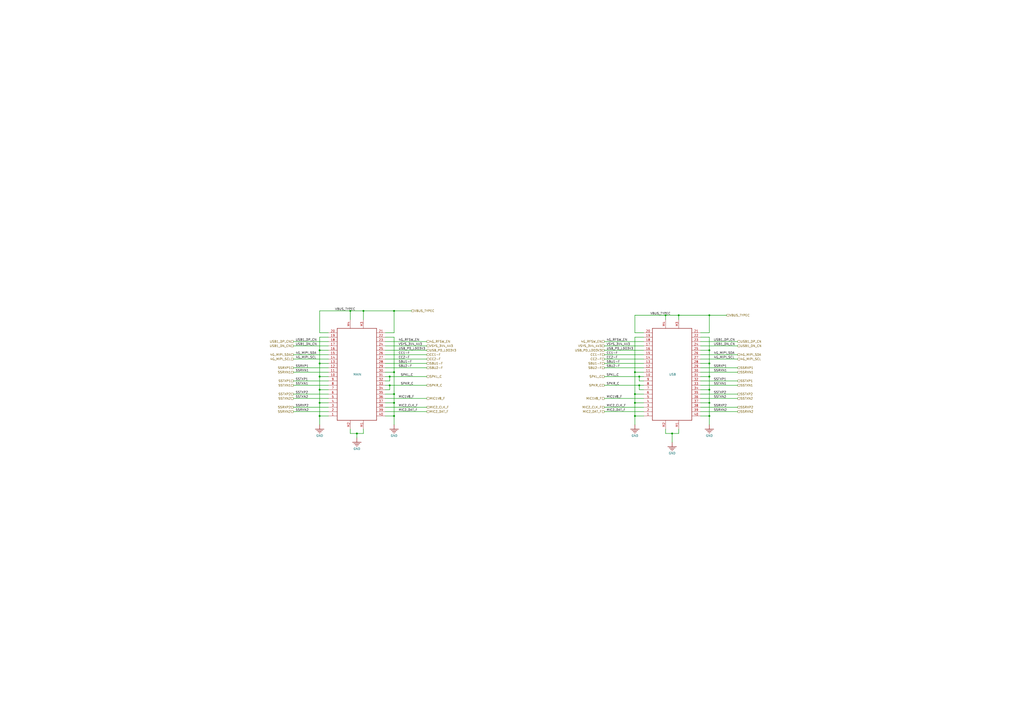
<source format=kicad_sch>
(kicad_sch (version 20231120) (generator "eeschema") (generator_version "8.0")
  (paper "A2")
  (title_block (title "Librem 5 USB-C FPC") (date "2024-03-21") (rev "v2.0") (company "Purism SPC") (comment 1 "GNU GPLv3+") (comment 2 "Copyright"))
  (lib_symbols
    (symbol "librem5_usb-c_fpc:GND_POWER_GROUND" (power)
      (property "Reference" "#PWR" (at 0 0 0))
      (property "Value" "GND" (at 0 6.35 0))
      (symbol "GND_POWER_GROUND_0_0"
        (polyline (pts (xy -2.54 -2.54) (xy 2.54 -2.54)) (stroke (width 0.254)))
        (polyline (pts (xy -1.778 -3.302) (xy 1.778 -3.302)) (stroke (width 0.254)))
        (polyline (pts (xy -1.016 -4.064) (xy 1.016 -4.064)) (stroke (width 0.254)))
        (polyline (pts (xy -0.254 -4.826) (xy 0.254 -4.826)) (stroke (width 0.254)))
        (polyline (pts (xy 0 0) (xy 0 -2.54)) (stroke (width 0.254)))
        (pin power_in line (at 0 0 0) (length 0) hide (name "GND") (number ""))
      )
    )
    (symbol "librem5_usb-c_fpc:root_0_BTB40-0.35-KYOCERA5857_P"
      (symbol "root_0_BTB40-0.35-KYOCERA5857_P_1_0"
        (polyline (pts (xy 0 0) (xy 22.86 0)) (stroke (width 0.254)))
        (polyline (pts (xy 0 53.34) (xy 0 0)) (stroke (width 0.254)))
        (polyline (pts (xy 22.86 0) (xy 22.86 53.34)) (stroke (width 0.254)))
        (polyline (pts (xy 22.86 53.34) (xy 0 53.34)) (stroke (width 0.254)))
        (pin passive line (at -5.08 2.54 0) (length 5.08) (name "1") (number "1"))
        (pin passive line (at -5.08 25.4 0) (length 5.08) (name "10") (number "10"))
        (pin passive line (at -5.08 27.94 0) (length 5.08) (name "11") (number "11"))
        (pin passive line (at -5.08 30.48 0) (length 5.08) (name "12") (number "12"))
        (pin passive line (at -5.08 33.02 0) (length 5.08) (name "13") (number "13"))
        (pin passive line (at -5.08 35.56 0) (length 5.08) (name "14") (number "14"))
        (pin passive line (at -5.08 38.1 0) (length 5.08) (name "15") (number "15"))
        (pin passive line (at -5.08 40.64 0) (length 5.08) (name "16") (number "16"))
        (pin passive line (at -5.08 43.18 0) (length 5.08) (name "17") (number "17"))
        (pin passive line (at -5.08 45.72 0) (length 5.08) (name "18") (number "18"))
        (pin passive line (at -5.08 48.26 0) (length 5.08) (name "19") (number "19"))
        (pin passive line (at -5.08 5.08 0) (length 5.08) (name "2") (number "2"))
        (pin passive line (at -5.08 50.8 0) (length 5.08) (name "20") (number "20"))
        (pin passive line (at 27.94 50.8 180) (length 5.08) (name "21") (number "21"))
        (pin passive line (at 27.94 48.26 180) (length 5.08) (name "22") (number "22"))
        (pin passive line (at 27.94 45.72 180) (length 5.08) (name "23") (number "23"))
        (pin passive line (at 27.94 43.18 180) (length 5.08) (name "24") (number "24"))
        (pin passive line (at 27.94 40.64 180) (length 5.08) (name "25") (number "25"))
        (pin passive line (at 27.94 38.1 180) (length 5.08) (name "26") (number "26"))
        (pin passive line (at 27.94 35.56 180) (length 5.08) (name "27") (number "27"))
        (pin passive line (at 27.94 33.02 180) (length 5.08) (name "28") (number "28"))
        (pin passive line (at 27.94 30.48 180) (length 5.08) (name "29") (number "29"))
        (pin passive line (at -5.08 7.62 0) (length 5.08) (name "3") (number "3"))
        (pin passive line (at 27.94 27.94 180) (length 5.08) (name "30") (number "30"))
        (pin passive line (at 27.94 25.4 180) (length 5.08) (name "31") (number "31"))
        (pin passive line (at 27.94 22.86 180) (length 5.08) (name "32") (number "32"))
        (pin passive line (at 27.94 20.32 180) (length 5.08) (name "33") (number "33"))
        (pin passive line (at 27.94 17.78 180) (length 5.08) (name "34") (number "34"))
        (pin passive line (at 27.94 15.24 180) (length 5.08) (name "35") (number "35"))
        (pin passive line (at 27.94 12.7 180) (length 5.08) (name "36") (number "36"))
        (pin passive line (at 27.94 10.16 180) (length 5.08) (name "37") (number "37"))
        (pin passive line (at 27.94 7.62 180) (length 5.08) (name "38") (number "38"))
        (pin passive line (at 27.94 5.08 180) (length 5.08) (name "39") (number "39"))
        (pin passive line (at -5.08 10.16 0) (length 5.08) (name "4") (number "4"))
        (pin passive line (at 27.94 2.54 180) (length 5.08) (name "40") (number "40"))
        (pin passive line (at -5.08 12.7 0) (length 5.08) (name "5") (number "5"))
        (pin passive line (at -5.08 15.24 0) (length 5.08) (name "6") (number "6"))
        (pin passive line (at -5.08 17.78 0) (length 5.08) (name "7") (number "7"))
        (pin passive line (at -5.08 20.32 0) (length 5.08) (name "8") (number "8"))
        (pin passive line (at -5.08 22.86 0) (length 5.08) (name "9") (number "9"))
        (pin passive line (at 15.24 -5.08 90) (length 5.08) (name "M1") (number "M1"))
        (pin passive line (at 7.62 -5.08 90) (length 5.08) (name "M2") (number "M2"))
        (pin passive line (at 15.24 58.42 270) (length 5.08) (name "M3") (number "M3"))
        (pin passive line (at 7.62 58.42 270) (length 5.08) (name "M4") (number "M4"))
      )
    )
  )
  (junction (at 207.01 251.46))
  (junction (at 210.82 180.34))
  (junction (at 368.3 215.9))
  (junction (at 368.3 228.6))
  (junction (at 226.06 223.52))
  (junction (at 228.6 241.3))
  (junction (at 203.2 180.34))
  (junction (at 185.42 203.2))
  (junction (at 389.89 251.46))
  (junction (at 185.42 233.68))
  (junction (at 228.6 180.34))
  (junction (at 226.06 218.44))
  (junction (at 368.3 233.68))
  (junction (at 411.48 218.44))
  (junction (at 386.08 182.88))
  (junction (at 393.7 182.88))
  (junction (at 411.48 241.3))
  (junction (at 370.84 218.44))
  (junction (at 370.84 223.52))
  (junction (at 411.48 233.68))
  (junction (at 411.48 210.82))
  (junction (at 228.6 215.9))
  (junction (at 185.42 218.44))
  (junction (at 411.48 203.2))
  (junction (at 228.6 233.68))
  (junction (at 185.42 210.82))
  (junction (at 185.42 226.06))
  (junction (at 411.48 226.06))
  (junction (at 185.42 241.3))
  (junction (at 411.48 182.88))
  (junction (at 368.3 241.3))
  (junction (at 228.6 228.6))
  (wire (pts (xy 411.48 182.88) (xy 421.64 182.88)) (stroke (width 0.254)))
  (wire (pts (xy 228.6 180.34) (xy 238.76 180.34)) (stroke (width 0.254)))
  (wire (pts (xy 223.52 231.14) (xy 247.65 231.14)) (stroke (width 0.254)))
  (wire (pts (xy 368.3 233.68) (xy 368.3 241.3)) (stroke (width 0.254)))
  (wire (pts (xy 406.4 208.28) (xy 427.99 208.28)) (stroke (width 0.254)))
  (wire (pts (xy 185.42 241.3) (xy 185.42 233.68)) (stroke (width 0.254)))
  (wire (pts (xy 223.52 233.68) (xy 228.6 233.68)) (stroke (width 0.254)))
  (wire (pts (xy 350.52 203.2) (xy 373.38 203.2)) (stroke (width 0.254)))
  (wire (pts (xy 411.48 233.68) (xy 411.48 241.3)) (stroke (width 0.254)))
  (wire (pts (xy 203.2 251.46) (xy 207.01 251.46)) (stroke (width 0.254)))
  (wire (pts (xy 389.89 251.46) (xy 389.89 256.54)) (stroke (width 0.254)))
  (wire (pts (xy 190.5 233.68) (xy 185.42 233.68)) (stroke (width 0.254)))
  (wire (pts (xy 406.4 228.6) (xy 427.99 228.6)) (stroke (width 0.254)))
  (wire (pts (xy 185.42 210.82) (xy 185.42 218.44)) (stroke (width 0.254)))
  (wire (pts (xy 350.52 213.36) (xy 373.38 213.36)) (stroke (width 0.254)))
  (wire (pts (xy 406.4 198.12) (xy 427.99 198.12)) (stroke (width 0.254)))
  (wire (pts (xy 373.38 193.04) (xy 368.3 193.04)) (stroke (width 0.254)))
  (wire (pts (xy 223.52 203.2) (xy 247.65 203.2)) (stroke (width 0.254)))
  (wire (pts (xy 406.4 200.66) (xy 427.99 200.66)) (stroke (width 0.254)))
  (wire (pts (xy 350.52 210.82) (xy 373.38 210.82)) (stroke (width 0.254)))
  (wire (pts (xy 411.48 218.44) (xy 411.48 226.06)) (stroke (width 0.254)))
  (wire (pts (xy 368.3 195.58) (xy 368.3 215.9)) (stroke (width 0.254)))
  (wire (pts (xy 350.52 198.12) (xy 373.38 198.12)) (stroke (width 0.254)))
  (wire (pts (xy 386.08 248.92) (xy 386.08 251.46)) (stroke (width 0.254)))
  (wire (pts (xy 170.18 223.52) (xy 190.5 223.52)) (stroke (width 0.254)))
  (wire (pts (xy 350.52 218.44) (xy 370.84 218.44)) (stroke (width 0.254)))
  (wire (pts (xy 406.4 218.44) (xy 411.48 218.44)) (stroke (width 0.254)))
  (wire (pts (xy 373.38 195.58) (xy 368.3 195.58)) (stroke (width 0.254)))
  (wire (pts (xy 411.48 226.06) (xy 411.48 233.68)) (stroke (width 0.254)))
  (wire (pts (xy 368.3 228.6) (xy 368.3 233.68)) (stroke (width 0.254)))
  (wire (pts (xy 190.5 241.3) (xy 185.42 241.3)) (stroke (width 0.254)))
  (wire (pts (xy 203.2 248.92) (xy 203.2 251.46)) (stroke (width 0.254)))
  (wire (pts (xy 185.42 180.34) (xy 203.2 180.34)) (stroke (width 0.254)))
  (wire (pts (xy 170.18 200.66) (xy 190.5 200.66)) (stroke (width 0.254)))
  (wire (pts (xy 185.42 233.68) (xy 185.42 226.06)) (stroke (width 0.254)))
  (wire (pts (xy 170.18 238.76) (xy 190.5 238.76)) (stroke (width 0.254)))
  (wire (pts (xy 406.4 241.3) (xy 411.48 241.3)) (stroke (width 0.254)))
  (wire (pts (xy 406.4 210.82) (xy 411.48 210.82)) (stroke (width 0.254)))
  (wire (pts (xy 350.52 200.66) (xy 373.38 200.66)) (stroke (width 0.254)))
  (wire (pts (xy 228.6 233.68) (xy 228.6 241.3)) (stroke (width 0.254)))
  (wire (pts (xy 223.52 215.9) (xy 228.6 215.9)) (stroke (width 0.254)))
  (wire (pts (xy 406.4 233.68) (xy 411.48 233.68)) (stroke (width 0.254)))
  (wire (pts (xy 223.52 223.52) (xy 226.06 223.52)) (stroke (width 0.254)))
  (wire (pts (xy 185.42 195.58) (xy 185.42 203.2)) (stroke (width 0.254)))
  (wire (pts (xy 223.52 238.76) (xy 247.65 238.76)) (stroke (width 0.254)))
  (wire (pts (xy 350.52 205.74) (xy 373.38 205.74)) (stroke (width 0.254)))
  (wire (pts (xy 411.48 195.58) (xy 411.48 203.2)) (stroke (width 0.254)))
  (wire (pts (xy 406.4 195.58) (xy 411.48 195.58)) (stroke (width 0.254)))
  (wire (pts (xy 170.18 220.98) (xy 190.5 220.98)) (stroke (width 0.254)))
  (wire (pts (xy 411.48 241.3) (xy 411.48 246.38)) (stroke (width 0.254)))
  (wire (pts (xy 406.4 203.2) (xy 411.48 203.2)) (stroke (width 0.254)))
  (wire (pts (xy 373.38 220.98) (xy 370.84 220.98)) (stroke (width 0.254)))
  (wire (pts (xy 228.6 241.3) (xy 228.6 246.38)) (stroke (width 0.254)))
  (wire (pts (xy 406.4 236.22) (xy 427.99 236.22)) (stroke (width 0.254)))
  (wire (pts (xy 411.48 210.82) (xy 411.48 218.44)) (stroke (width 0.254)))
  (wire (pts (xy 223.52 236.22) (xy 247.65 236.22)) (stroke (width 0.254)))
  (wire (pts (xy 368.3 193.04) (xy 368.3 182.88)) (stroke (width 0.254)))
  (wire (pts (xy 170.18 213.36) (xy 190.5 213.36)) (stroke (width 0.254)))
  (wire (pts (xy 223.52 213.36) (xy 247.65 213.36)) (stroke (width 0.254)))
  (wire (pts (xy 228.6 228.6) (xy 228.6 233.68)) (stroke (width 0.254)))
  (wire (pts (xy 207.01 251.46) (xy 207.01 254)) (stroke (width 0.254)))
  (wire (pts (xy 210.82 185.42) (xy 210.82 180.34)) (stroke (width 0.254)))
  (wire (pts (xy 406.4 220.98) (xy 427.99 220.98)) (stroke (width 0.254)))
  (wire (pts (xy 228.6 180.34) (xy 228.6 193.04)) (stroke (width 0.254)))
  (wire (pts (xy 170.18 236.22) (xy 190.5 236.22)) (stroke (width 0.254)))
  (wire (pts (xy 411.48 193.04) (xy 406.4 193.04)) (stroke (width 0.254)))
  (wire (pts (xy 210.82 251.46) (xy 210.82 248.92)) (stroke (width 0.254)))
  (wire (pts (xy 406.4 215.9) (xy 427.99 215.9)) (stroke (width 0.254)))
  (wire (pts (xy 370.84 220.98) (xy 370.84 218.44)) (stroke (width 0.254)))
  (wire (pts (xy 210.82 180.34) (xy 228.6 180.34)) (stroke (width 0.254)))
  (wire (pts (xy 373.38 241.3) (xy 368.3 241.3)) (stroke (width 0.254)))
  (wire (pts (xy 223.52 208.28) (xy 247.65 208.28)) (stroke (width 0.254)))
  (wire (pts (xy 190.5 203.2) (xy 185.42 203.2)) (stroke (width 0.254)))
  (wire (pts (xy 190.5 195.58) (xy 185.42 195.58)) (stroke (width 0.254)))
  (wire (pts (xy 223.52 198.12) (xy 247.65 198.12)) (stroke (width 0.254)))
  (wire (pts (xy 406.4 213.36) (xy 427.99 213.36)) (stroke (width 0.254)))
  (wire (pts (xy 185.42 203.2) (xy 185.42 210.82)) (stroke (width 0.254)))
  (wire (pts (xy 386.08 251.46) (xy 389.89 251.46)) (stroke (width 0.254)))
  (wire (pts (xy 393.7 182.88) (xy 411.48 182.88)) (stroke (width 0.254)))
  (wire (pts (xy 190.5 210.82) (xy 185.42 210.82)) (stroke (width 0.254)))
  (wire (pts (xy 389.89 251.46) (xy 393.7 251.46)) (stroke (width 0.254)))
  (wire (pts (xy 190.5 226.06) (xy 185.42 226.06)) (stroke (width 0.254)))
  (wire (pts (xy 170.18 215.9) (xy 190.5 215.9)) (stroke (width 0.254)))
  (wire (pts (xy 170.18 198.12) (xy 190.5 198.12)) (stroke (width 0.254)))
  (wire (pts (xy 228.6 195.58) (xy 228.6 215.9)) (stroke (width 0.254)))
  (wire (pts (xy 373.38 215.9) (xy 368.3 215.9)) (stroke (width 0.254)))
  (wire (pts (xy 368.3 182.88) (xy 386.08 182.88)) (stroke (width 0.254)))
  (wire (pts (xy 350.52 238.76) (xy 373.38 238.76)) (stroke (width 0.254)))
  (wire (pts (xy 223.52 218.44) (xy 226.06 218.44)) (stroke (width 0.254)))
  (wire (pts (xy 373.38 223.52) (xy 370.84 223.52)) (stroke (width 0.254)))
  (wire (pts (xy 223.52 205.74) (xy 247.65 205.74)) (stroke (width 0.254)))
  (wire (pts (xy 406.4 231.14) (xy 427.99 231.14)) (stroke (width 0.254)))
  (wire (pts (xy 170.18 231.14) (xy 190.5 231.14)) (stroke (width 0.254)))
  (wire (pts (xy 386.08 182.88) (xy 393.7 182.88)) (stroke (width 0.254)))
  (wire (pts (xy 226.06 220.98) (xy 226.06 218.44)) (stroke (width 0.254)))
  (wire (pts (xy 207.01 251.46) (xy 210.82 251.46)) (stroke (width 0.254)))
  (wire (pts (xy 411.48 203.2) (xy 411.48 210.82)) (stroke (width 0.254)))
  (wire (pts (xy 393.7 185.42) (xy 393.7 182.88)) (stroke (width 0.254)))
  (wire (pts (xy 386.08 185.42) (xy 386.08 182.88)) (stroke (width 0.254)))
  (wire (pts (xy 393.7 251.46) (xy 393.7 248.92)) (stroke (width 0.254)))
  (wire (pts (xy 228.6 215.9) (xy 228.6 228.6)) (stroke (width 0.254)))
  (wire (pts (xy 223.52 195.58) (xy 228.6 195.58)) (stroke (width 0.254)))
  (wire (pts (xy 185.42 193.04) (xy 185.42 180.34)) (stroke (width 0.254)))
  (wire (pts (xy 226.06 218.44) (xy 247.65 218.44)) (stroke (width 0.254)))
  (wire (pts (xy 370.84 226.06) (xy 370.84 223.52)) (stroke (width 0.254)))
  (wire (pts (xy 373.38 233.68) (xy 368.3 233.68)) (stroke (width 0.254)))
  (wire (pts (xy 406.4 205.74) (xy 427.99 205.74)) (stroke (width 0.254)))
  (wire (pts (xy 223.52 220.98) (xy 226.06 220.98)) (stroke (width 0.254)))
  (wire (pts (xy 406.4 223.52) (xy 427.99 223.52)) (stroke (width 0.254)))
  (wire (pts (xy 190.5 193.04) (xy 185.42 193.04)) (stroke (width 0.254)))
  (wire (pts (xy 406.4 226.06) (xy 411.48 226.06)) (stroke (width 0.254)))
  (wire (pts (xy 373.38 226.06) (xy 370.84 226.06)) (stroke (width 0.254)))
  (wire (pts (xy 223.52 226.06) (xy 226.06 226.06)) (stroke (width 0.254)))
  (wire (pts (xy 411.48 182.88) (xy 411.48 193.04)) (stroke (width 0.254)))
  (wire (pts (xy 170.18 228.6) (xy 190.5 228.6)) (stroke (width 0.254)))
  (wire (pts (xy 185.42 226.06) (xy 185.42 218.44)) (stroke (width 0.254)))
  (wire (pts (xy 368.3 241.3) (xy 368.3 246.38)) (stroke (width 0.254)))
  (wire (pts (xy 350.52 231.14) (xy 373.38 231.14)) (stroke (width 0.254)))
  (wire (pts (xy 350.52 223.52) (xy 370.84 223.52)) (stroke (width 0.254)))
  (wire (pts (xy 226.06 226.06) (xy 226.06 223.52)) (stroke (width 0.254)))
  (wire (pts (xy 368.3 215.9) (xy 368.3 228.6)) (stroke (width 0.254)))
  (wire (pts (xy 228.6 193.04) (xy 223.52 193.04)) (stroke (width 0.254)))
  (wire (pts (xy 350.52 236.22) (xy 373.38 236.22)) (stroke (width 0.254)))
  (wire (pts (xy 185.42 218.44) (xy 190.5 218.44)) (stroke (width 0.254)))
  (wire (pts (xy 373.38 228.6) (xy 368.3 228.6)) (stroke (width 0.254)))
  (wire (pts (xy 223.52 200.66) (xy 247.65 200.66)) (stroke (width 0.254)))
  (wire (pts (xy 185.42 241.3) (xy 185.42 246.38)) (stroke (width 0.254)))
  (wire (pts (xy 223.52 228.6) (xy 228.6 228.6)) (stroke (width 0.254)))
  (wire (pts (xy 226.06 223.52) (xy 247.65 223.52)) (stroke (width 0.254)))
  (wire (pts (xy 170.18 208.28) (xy 190.5 208.28)) (stroke (width 0.254)))
  (wire (pts (xy 350.52 208.28) (xy 373.38 208.28)) (stroke (width 0.254)))
  (wire (pts (xy 170.18 205.74) (xy 190.5 205.74)) (stroke (width 0.254)))
  (wire (pts (xy 406.4 238.76) (xy 427.99 238.76)) (stroke (width 0.254)))
  (wire (pts (xy 203.2 185.42) (xy 203.2 180.34)) (stroke (width 0.254)))
  (wire (pts (xy 223.52 210.82) (xy 247.65 210.82)) (stroke (width 0.254)))
  (wire (pts (xy 373.38 218.44) (xy 370.84 218.44)) (stroke (width 0.254)))
  (wire (pts (xy 203.2 180.34) (xy 210.82 180.34)) (stroke (width 0.254)))
  (wire (pts (xy 228.6 241.3) (xy 223.52 241.3)) (stroke (width 0.254)))
  (label "MIC1V8_F" (at 231.14 231.14 0))
  (label "SSTXP1" (at 171.45 220.98 0))
  (label "MIC2_DAT_F" (at 231.14 238.76 0))
  (label "SSRXP2" (at 171.45 236.22 0))
  (label "USB1_DN_CN" (at 414.02 200.66 0))
  (label "SSRXN2" (at 414.02 238.76 0))
  (label "SBU2-F" (at 351.79 213.36 0))
  (label "SPKR_C" (at 232.41 223.52 0))
  (label "CC2-F" (at 351.79 208.28 0))
  (label "SSTXP1" (at 414.02 220.98 0))
  (label "USB_PD_LDO3V3" (at 231.14 203.2 0))
  (label "SPKL_C" (at 232.41 218.44 0))
  (label "SSTXN1" (at 414.02 223.52 0))
  (label "SSRXN1" (at 414.02 215.9 0))
  (label "SSTXN1" (at 171.45 223.52 0))
  (label "SPKL_C" (at 351.79 218.44 0))
  (label "CC2-F" (at 231.14 208.28 0))
  (label "4G_MIPI_SCL" (at 171.45 208.28 0))
  (label "CC1-F" (at 351.79 205.74 0))
  (label "4G_MIPI_SCL" (at 414.02 208.28 0))
  (label "SSRXP1" (at 171.45 213.36 0))
  (label "USB_PD_LDO3V3" (at 351.79 203.2 0))
  (label "MIC2_CLK_F" (at 351.79 236.22 0))
  (label "SPKR_C" (at 351.79 223.52 0))
  (label "SSRXP1" (at 414.02 213.36 0))
  (label "SBU1-F" (at 351.79 210.82 0))
  (label "4G_RFSW_EN" (at 231.14 198.12 0))
  (label "MIC2_DAT_F" (at 351.79 238.76 0))
  (label "USB1_DP_CN" (at 414.02 198.12 0))
  (label "VBUS_TYPEC" (at 194.31 180.34 0))
  (label "SSTXN2" (at 171.45 231.14 0))
  (label "USB1_DP_CN" (at 171.45 198.12 0))
  (label "4G_MIPI_SDA" (at 171.45 205.74 0))
  (label "SSTXN2" (at 414.02 231.14 0))
  (label "SBU2-F" (at 231.14 213.36 0))
  (label "VSYS_3V4_4V3" (at 351.79 200.66 0))
  (label "USB1_DN_CN" (at 171.45 200.66 0))
  (label "SSTXP2" (at 414.02 228.6 0))
  (label "VSYS_3V4_4V3" (at 231.14 200.66 0))
  (label "VBUS_TYPEC" (at 377.19 182.88 0))
  (label "MIC1V8_F" (at 351.79 231.14 0))
  (label "MIC2_CLK_F" (at 231.14 236.22 0))
  (label "SSRXN2" (at 171.45 238.76 0))
  (label "CC1-F" (at 231.14 205.74 0))
  (label "SSTXP2" (at 171.45 228.6 0))
  (label "SSRXP2" (at 414.02 236.22 0))
  (label "4G_MIPI_SDA" (at 414.02 205.74 0))
  (label "SSRXN1" (at 171.45 215.9 0))
  (label "4G_RFSW_EN" (at 351.79 198.12 0))
  (label "SBU1-F" (at 231.14 210.82 0))
  (hierarchical_label "SPKL_C" (shape passive) (at 350.52 218.44 180))
  (hierarchical_label "SSRXP1" (shape passive) (at 427.99 213.36 0))
  (hierarchical_label "MIC2_DAT_F" (shape passive) (at 350.52 238.76 180))
  (hierarchical_label "USB1_DN_CN" (shape passive) (at 427.99 200.66 0))
  (hierarchical_label "SSRXN1" (shape passive) (at 427.99 215.9 0))
  (hierarchical_label "4G_RFSW_EN" (shape passive) (at 350.52 198.12 180))
  (hierarchical_label "SPKR_C" (shape passive) (at 247.65 223.52 0))
  (hierarchical_label "SSTXN1" (shape passive) (at 427.99 223.52 0))
  (hierarchical_label "SSTXP1" (shape passive) (at 427.99 220.98 0))
  (hierarchical_label "SBU2-F" (shape passive) (at 247.65 213.36 0))
  (hierarchical_label "SBU1-F" (shape passive) (at 350.52 210.82 180))
  (hierarchical_label "SSTXN2" (shape passive) (at 427.99 231.14 0))
  (hierarchical_label "CC1-F" (shape passive) (at 247.65 205.74 0))
  (hierarchical_label "MIC1V8_F" (shape passive) (at 247.65 231.14 0))
  (hierarchical_label "SBU1-F" (shape passive) (at 247.65 210.82 0))
  (hierarchical_label "VBUS_TYPEC" (shape passive) (at 238.76 180.34 0))
  (hierarchical_label "SSRXP2" (shape passive) (at 427.99 236.22 0))
  (hierarchical_label "USB1_DP_CN" (shape passive) (at 170.18 198.12 180))
  (hierarchical_label "USB1_DP_CN" (shape passive) (at 427.99 198.12 0))
  (hierarchical_label "SPKR_C" (shape passive) (at 350.52 223.52 180))
  (hierarchical_label "SSRXN2" (shape passive) (at 427.99 238.76 0))
  (hierarchical_label "VSYS_3V4_4V3" (shape passive) (at 350.52 200.66 180))
  (hierarchical_label "USB_PD_LDO3V3" (shape passive) (at 350.52 203.2 180))
  (hierarchical_label "VSYS_3V4_4V3" (shape passive) (at 247.65 200.66 0))
  (hierarchical_label "SPKL_C" (shape passive) (at 247.65 218.44 0))
  (hierarchical_label "4G_MIPI_SCL" (shape passive) (at 427.99 208.28 0))
  (hierarchical_label "SSTXP2" (shape passive) (at 170.18 228.6 180))
  (hierarchical_label "CC2-F" (shape passive) (at 350.52 208.28 180))
  (hierarchical_label "MIC2_CLK_F" (shape passive) (at 350.52 236.22 180))
  (hierarchical_label "4G_RFSW_EN" (shape passive) (at 247.65 198.12 0))
  (hierarchical_label "SSTXP2" (shape passive) (at 427.99 228.6 0))
  (hierarchical_label "4G_MIPI_SDA" (shape passive) (at 170.18 205.74 180))
  (hierarchical_label "SSTXN2" (shape passive) (at 170.18 231.14 180))
  (hierarchical_label "SBU2-F" (shape passive) (at 350.52 213.36 180))
  (hierarchical_label "SSRXN1" (shape passive) (at 170.18 215.9 180))
  (hierarchical_label "SSTXP1" (shape passive) (at 170.18 220.98 180))
  (hierarchical_label "MIC2_CLK_F" (shape passive) (at 247.65 236.22 0))
  (hierarchical_label "MIC2_DAT_F" (shape passive) (at 247.65 238.76 0))
  (hierarchical_label "SSTXN1" (shape passive) (at 170.18 223.52 180))
  (hierarchical_label "SSRXP1" (shape passive) (at 170.18 213.36 180))
  (hierarchical_label "SSRXP2" (shape passive) (at 170.18 236.22 180))
  (hierarchical_label "4G_MIPI_SCL" (shape passive) (at 170.18 208.28 180))
  (hierarchical_label "USB1_DN_CN" (shape passive) (at 170.18 200.66 180))
  (hierarchical_label "MIC1V8_F" (shape passive) (at 350.52 231.14 180))
  (hierarchical_label "4G_MIPI_SDA" (shape passive) (at 427.99 205.74 0))
  (hierarchical_label "USB_PD_LDO3V3" (shape passive) (at 247.65 203.2 0))
  (hierarchical_label "VBUS_TYPEC" (shape passive) (at 421.64 182.88 0))
  (hierarchical_label "CC2-F" (shape passive) (at 247.65 208.28 0))
  (hierarchical_label "SSRXN2" (shape passive) (at 170.18 238.76 180))
  (hierarchical_label "CC1-F" (shape passive) (at 350.52 205.74 180))
  (symbol (lib_id "librem5_usb-c_fpc:GND_POWER_GROUND") (at 228.6 246.38 0) (unit 1)
    (property "Reference" "#PWR?" (effects (hide yes)))
    (property "Value" "GND" (at 228.6 252.73 0))
  )
  (symbol (lib_id "librem5_usb-c_fpc:GND_POWER_GROUND") (at 411.48 246.38 0) (unit 1)
    (property "Reference" "#PWR?" (effects (hide yes)))
    (property "Value" "GND" (at 411.48 252.73 0))
  )
  (symbol (lib_id "librem5_usb-c_fpc:GND_POWER_GROUND") (at 389.89 256.54 0) (unit 1)
    (property "Reference" "#PWR?" (effects (hide yes)))
    (property "Value" "GND" (at 389.89 262.89 0))
  )
  (symbol (lib_id "librem5_usb-c_fpc:root_0_BTB40-0.35-KYOCERA5857_P") (at 195.58 243.84 0) (unit 1)
    (property "Reference" "MAIN" (at 207.264 217.932 0) (effects (justify bottom)))
    (property "Value" "BTB40-0.35-KYOCERA5857_P" (effects (hide yes)))
    (property "Footprint" "145857040201829-M" (effects (hide yes)))
    (property "PCB DECAL" "145857040201829-M" (effects (hide yes)))
  )
  (symbol (lib_id "librem5_usb-c_fpc:GND_POWER_GROUND") (at 185.42 246.38 0) (unit 1)
    (property "Reference" "#PWR?" (effects (hide yes)))
    (property "Value" "GND" (at 185.42 252.73 0))
  )
  (symbol (lib_id "librem5_usb-c_fpc:GND_POWER_GROUND") (at 368.3 246.38 0) (unit 1)
    (property "Reference" "#PWR?" (effects (hide yes)))
    (property "Value" "GND" (at 368.3 252.73 0))
  )
  (symbol (lib_id "librem5_usb-c_fpc:GND_POWER_GROUND") (at 207.01 254 0) (unit 1)
    (property "Reference" "#PWR?" (effects (hide yes)))
    (property "Value" "GND" (at 207.01 260.35 0))
  )
  (symbol (lib_id "librem5_usb-c_fpc:root_0_BTB40-0.35-KYOCERA5857_P") (at 378.46 243.84 0) (unit 1)
    (property "Reference" "USB" (at 390.144 217.932 0) (effects (justify bottom)))
    (property "Value" "BTB40-0.35-KYOCERA5857_P" (effects (hide yes)))
    (property "Footprint" "145857040201829-M" (effects (hide yes)))
    (property "PCB DECAL" "145857040201829-M" (effects (hide yes)))
  )
)
</source>
